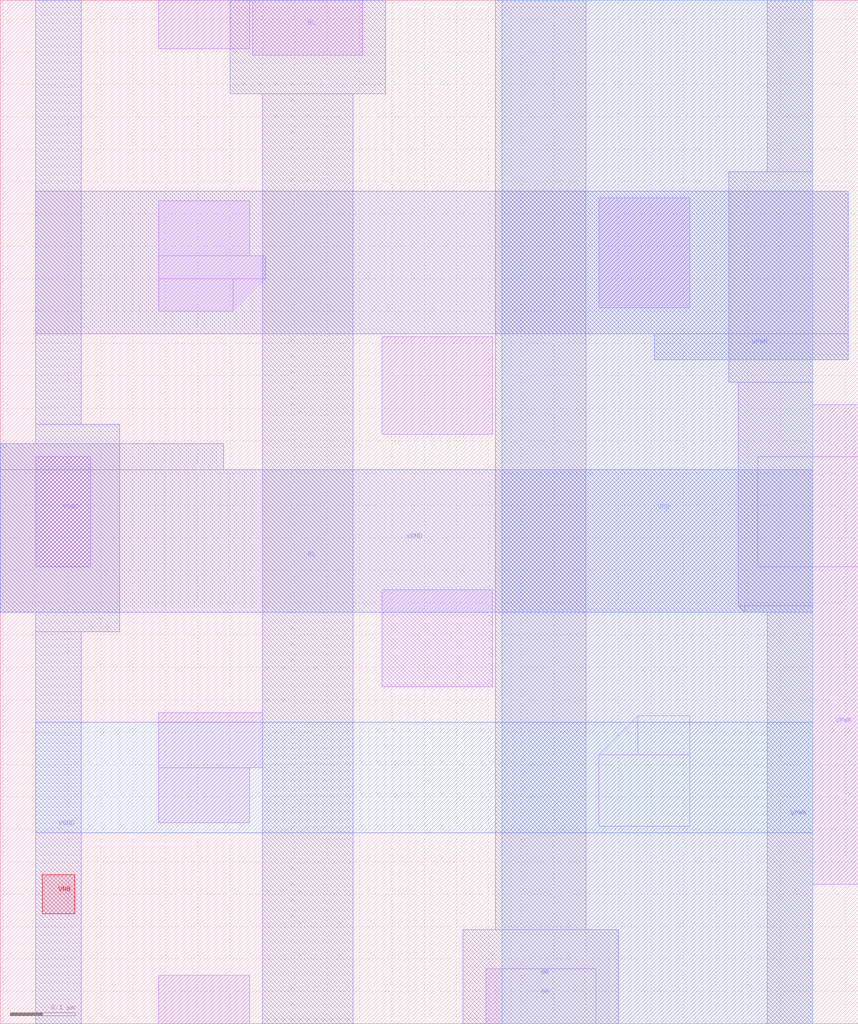
<source format=lef>
VERSION 5.7 ;
  NOWIREEXTENSIONATPIN ON ;
  DIVIDERCHAR "/" ;
  BUSBITCHARS "[]" ;
MACRO sky130_fd_bd_sram__openram_sp_cell_opt1_replica
  CLASS BLOCK ;
  FOREIGN sky130_fd_bd_sram__openram_sp_cell_opt1_replica ;
  ORIGIN 0.055 0.000 ;
  SIZE 1.325 BY 1.580 ;
  PIN BL
    ANTENNADIFFAREA 0.016800 ;
    PORT
      LAYER li1 ;
        RECT 0.190 1.505 0.330 1.580 ;
        RECT 0.335 1.495 0.505 1.580 ;
      LAYER met1 ;
        RECT 0.300 1.435 0.540 1.580 ;
        RECT 0.350 0.000 0.490 1.435 ;
    END
  END BL
  PIN BR
    ANTENNADIFFAREA 0.016800 ;
    PORT
      LAYER li1 ;
        RECT 0.190 0.000 0.330 0.075 ;
        RECT 0.695 0.000 0.865 0.085 ;
      LAYER met1 ;
        RECT 0.710 0.145 0.850 1.580 ;
        RECT 0.660 0.000 0.900 0.145 ;
    END
  END BR
  PIN VGND
    USE GROUND ;
    PORT
      LAYER li1 ;
        RECT 0.000 0.705 0.085 0.875 ;
      LAYER met1 ;
        RECT 0.000 0.925 0.070 1.580 ;
        RECT 0.000 0.895 0.130 0.925 ;
        RECT -0.055 0.635 0.130 0.895 ;
        RECT 0.000 0.605 0.130 0.635 ;
        RECT 0.000 0.000 0.070 0.605 ;
      LAYER met2 ;
        RECT -0.055 0.855 0.290 0.895 ;
        RECT -0.055 0.635 1.200 0.855 ;
    END
  END VGND
  PIN VNB
    PORT
      LAYER pwell ;
        RECT 0.010 0.170 0.060 0.230 ;
    END
  END VNB
  PIN VPB
    PORT
      LAYER nwell ;
        RECT 0.720 0.000 1.200 1.580 ;
    END
  END VPB
  PIN VPWR
    USE POWER ;
    PORT
      LAYER li1 ;
        RECT 0.535 0.910 0.705 1.060 ;
        RECT 1.200 0.875 1.270 0.955 ;
        RECT 1.115 0.705 1.270 0.875 ;
        RECT 0.190 0.395 0.350 0.480 ;
        POLYGON 0.930 0.475 0.930 0.415 0.870 0.415 ;
        RECT 0.930 0.415 1.010 0.475 ;
        RECT 0.190 0.310 0.330 0.395 ;
        RECT 0.870 0.305 1.010 0.415 ;
        RECT 1.200 0.215 1.270 0.705 ;
      LAYER met1 ;
        RECT 1.130 1.315 1.200 1.580 ;
        RECT 1.070 1.285 1.200 1.315 ;
        RECT 1.070 1.025 1.255 1.285 ;
        RECT 1.070 0.990 1.200 1.025 ;
        RECT 1.085 0.645 1.200 0.990 ;
        POLYGON 1.085 0.645 1.095 0.645 1.095 0.635 ;
        RECT 1.095 0.635 1.200 0.645 ;
        RECT 1.130 0.000 1.200 0.635 ;
      LAYER met2 ;
        RECT 0.000 1.065 1.255 1.285 ;
        RECT 0.955 1.025 1.255 1.065 ;
    END
  END VPWR
  OBS
      LAYER li1 ;
        RECT 0.190 1.185 0.330 1.270 ;
        RECT 0.190 1.150 0.355 1.185 ;
        RECT 0.190 1.100 0.305 1.150 ;
        POLYGON 0.305 1.150 0.355 1.150 0.305 1.100 ;
        RECT 0.870 1.105 1.010 1.275 ;
        RECT 0.535 0.520 0.705 0.670 ;
      LAYER met2 ;
        RECT 0.000 0.295 1.200 0.465 ;
  END
END sky130_fd_bd_sram__openram_sp_cell_opt1_replica
END LIBRARY


</source>
